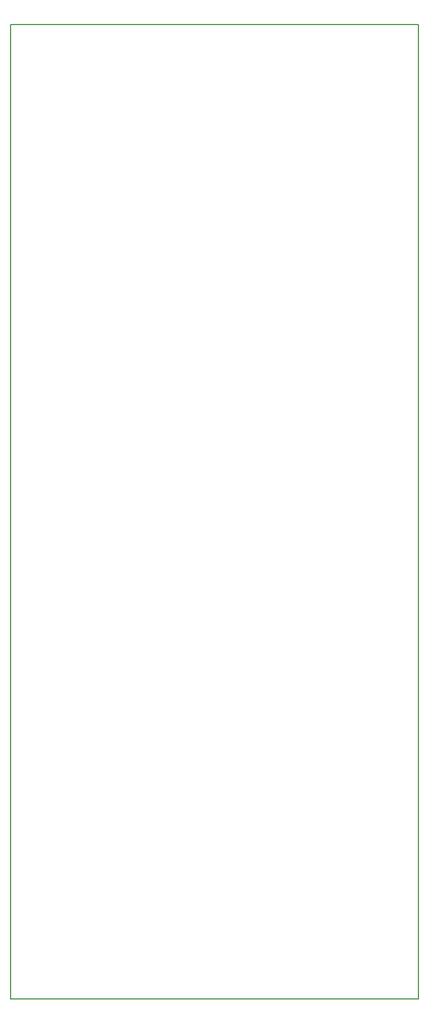
<source format=gm1>
%TF.GenerationSoftware,KiCad,Pcbnew,6.0.11-2627ca5db0~126~ubuntu20.04.1*%
%TF.CreationDate,2023-02-14T13:04:39+06:00*%
%TF.ProjectId,Router_Modems,526f7574-6572-45f4-9d6f-64656d732e6b,rev?*%
%TF.SameCoordinates,PX3975790PY2486960*%
%TF.FileFunction,Profile,NP*%
%FSLAX46Y46*%
G04 Gerber Fmt 4.6, Leading zero omitted, Abs format (unit mm)*
G04 Created by KiCad (PCBNEW 6.0.11-2627ca5db0~126~ubuntu20.04.1) date 2023-02-14 13:04:39*
%MOMM*%
%LPD*%
G01*
G04 APERTURE LIST*
%TA.AperFunction,Profile*%
%ADD10C,0.150000*%
%TD*%
G04 APERTURE END LIST*
D10*
X-4000000Y-144000000D02*
X58000000Y-144000000D01*
X-4000000Y4000000D02*
X-4000000Y-144000000D01*
X58000000Y4000000D02*
X58000000Y-144000000D01*
X-4000000Y4000000D02*
X58000000Y4000000D01*
M02*

</source>
